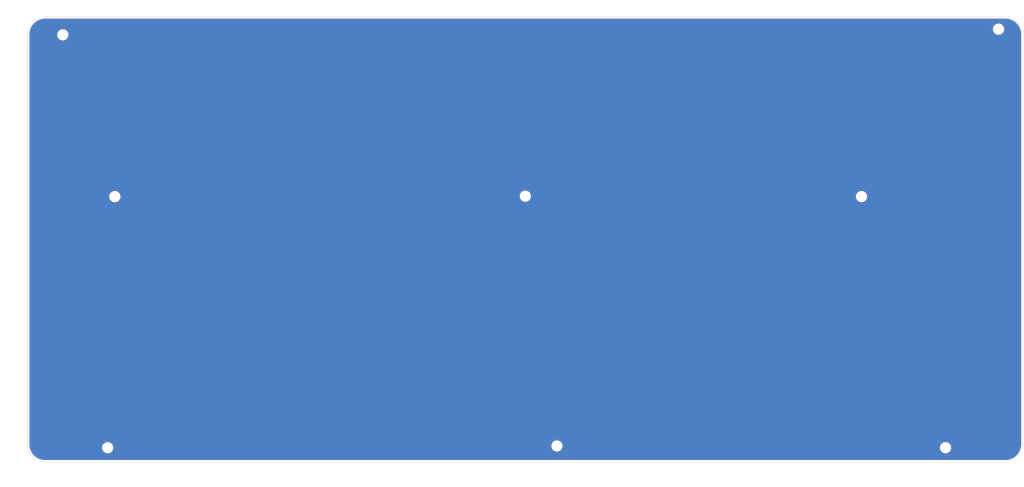
<source format=kicad_pcb>
(kicad_pcb (version 20211014) (generator pcbnew)
  (layers (0 "F.Cu" signal) (31 "B.Cu" signal) (34 "B.Paste" user) (35 "F.Paste" user) (36 "B.SilkS" user "B.Silkscreen") (37 "F.SilkS" user "F.Silkscreen") (38 "B.Mask" user) (39 "F.Mask" user) (44 "Edge.Cuts" user))
  (net 0 "")
  (footprint "MountingHole:MountingHole_2.2mm_M2" (layer "F.Cu") (at 227.5 155)
    (fp_text reference "H1")
    (fp_text value "MountingHole")
    (pad "" np_thru_hole circle locked (at 0 0) (size 2.2 2.2) (drill 2.2) (layers *.Cu *.Mask))
  )
  (footprint "MountingHole:MountingHole_2.2mm_M2" (layer "F.Cu") (at 87 38.1)
    (fp_text reference "H3")
    (fp_text value "MountingHole")
    (pad "" np_thru_hole circle locked (at 0 0) (size 2.2 2.2) (drill 2.2) (layers *.Cu *.Mask))
  )
  (footprint "MountingHole:MountingHole_2.2mm_M2" (layer "F.Cu") (at 218.5 84)
    (fp_text reference "H9")
    (fp_text value "MountingHole")
    (pad "" np_thru_hole circle locked (at 0 0) (size 2.2 2.2) (drill 2.2) (layers *.Cu *.Mask))
  )
  (footprint "MountingHole:MountingHole_2.2mm_M2" (layer "F.Cu") (at 314.1 84.1)
    (fp_text reference "H10")
    (fp_text value "MountingHole")
    (pad "" np_thru_hole circle locked (at 0 0) (size 2.2 2.2) (drill 2.2) (layers *.Cu *.Mask))
  )
  (footprint "MountingHole:MountingHole_2.2mm_M2" (layer "F.Cu") (at 99.75 155.5)
    (fp_text reference "H2")
    (fp_text value "MountingHole")
    (pad "" np_thru_hole circle locked (at 0 0) (size 2.2 2.2) (drill 2.2) (layers *.Cu *.Mask))
  )
  (footprint "MountingHole:MountingHole_2.2mm_M2" (layer "F.Cu") (at 101.8 84.1)
    (fp_text reference "H4")
    (fp_text value "MountingHole")
    (pad "" np_thru_hole circle locked (at 0 0) (size 2.2 2.2) (drill 2.2) (layers *.Cu *.Mask))
  )
  (footprint "MountingHole:MountingHole_2.2mm_M2" (layer "F.Cu") (at 338 155.5)
    (fp_text reference "H6")
    (fp_text value "MountingHole")
    (pad "" np_thru_hole circle locked (at 0 0) (size 2.2 2.2) (drill 2.2) (layers *.Cu *.Mask))
  )
  (footprint "MountingHole:MountingHole_2.2mm_M2" (layer "F.Cu") (at 353.05 36.5)
    (fp_text reference "H11")
    (fp_text value "MountingHole")
    (pad "" np_thru_hole circle locked (at 0 0) (size 2.2 2.2) (drill 2.2) (layers *.Cu *.Mask))
  )
  (footprint "kibuzzard-627532E1" (layer "F.Cu") (at 91.5 44.5)
    (fp_text reference "kibuzzard-627532E1" hide)
    (fp_text value "G***" hide)
    (fp_poly (pts (xy -2.756297 0.702469) (xy -2.488406 0.646906) (xy -2.268141 0.498078) (xy -2.117328 0.277813) (xy -2.061766 0.007938) (xy -2.061766 0) (xy -1.760141 0) (xy -1.760141 0.007938) (xy -1.779984 0.207863) (xy -1.839516 0.394891) (xy -1.932781 0.564059) (xy -2.053828 0.710406) (xy -2.200672 0.831453) (xy -2.371328 0.924719) (xy -2.558852 0.98425) (xy -2.756297 1.004094) (xy -2.956223 0.98425) (xy -3.14325 0.924719) (xy -3.312418 0.831453) (xy -3.458766 0.710406) (xy -3.579813 0.564059) (xy -3.673078 0.394891) (xy -3.732609 0.207863) (xy -3.752453 0.007938) (xy -3.752453 -0.988219) (xy -3.450828 -0.988219) (xy -3.450828 0.007938) (xy -3.39725 0.277813) (xy -3.250406 0.498078) (xy -3.030141 0.646906) (xy -2.756297 0.702469)) (layer "F.Cu") (width 0) (fill solid))
    (fp_poly (pts (xy -1.192609 -0.4445) (xy -1.075531 -0.250031) (xy -0.791766 -0.194469) (xy -0.494109 -0.194469) (xy -0.319484 -0.1905) (xy -0.105172 -0.168672) (xy 0.115094 -0.115094) (xy 0.311547 -0.011906) (xy 0.452438 0.156766) (xy 0.506016 0.404813) (xy 0.452438 0.646906) (xy 0.313531 0.811609) (xy 0.121047 0.914797) (xy -0.097234 0.970359) (xy -0.309563 0.992188) (xy -0.482203 0.996156) (xy -0.482203 0.706438) (xy -0.303609 0.710406) (xy -0.075406 0.690563) (xy 0.121047 0.60325) (xy 0.204391 0.404813) (xy 0.156766 0.246063) (xy 0.035719 0.154781) (xy -0.123031 0.115094) (xy -0.283766 0.107156) (xy -0.791766 0.107156) (xy -1.073547 0.067469) (xy -1.291828 -0.045641) (xy -1.432719 -0.22225) (xy -1.482328 -0.452438) (xy -1.406922 -0.710406) (xy -1.212453 -0.875109) (xy -0.948531 -0.964406) (xy -0.664766 -0.992188) (xy 0.506016 -0.992188) (xy 0.506016 -0.690563) (xy -0.791766 -0.682625) (xy -0.894953 -0.668734) (xy -1.027906 -0.635) (xy -1.143 -0.565547) (xy -1.192609 -0.4445)) (layer "F.Cu") (width 0) (fill solid))
    (fp_poly (pts (xy 0.803672 0.678656) (xy 1.137047 0.678656) (xy 1.137047 1.000125) (xy 0.803672 1.000125) (xy 0.803672 0.678656)) (layer "F.Cu") (width 0) (fill solid))
    (fp_poly (pts (xy -7.272734 -0.194469) (xy -6.931422 -0.194469) (xy -7.514828 0.968375) (xy -7.514828 0.988219) (xy -8.483203 -0.972344) (xy -8.153797 -0.972344) (xy -7.514828 0.329406) (xy -7.514828 0.309563) (xy -7.272734 -0.194469)) (layer "F.Cu") (width 0) (fill solid))
    (fp_poly (pts (xy 1.490266 -1.976438) (xy 2.276078 -1.976438) (xy 2.501305 -1.951137) (xy 2.740422 -1.875234) (xy 2.976563 -1.751211) (xy 3.192859 -1.581547) (xy 3.381375 -1.36773) (xy 3.534172 -1.11125) (xy 3.635375 -0.815578) (xy 3.669109 -0.484188) (xy 3.638848 -0.178098) (xy 3.548063 0.105172) (xy 3.408164 0.358676) (xy 3.230563 0.575469) (xy 3.020715 0.752574) (xy 2.784078 0.887016) (xy 2.532063 0.971848) (xy 2.276078 1.000125) (xy 2.188766 1.000125) (xy 2.188766 0.702469) (xy 2.41548 0.680641) (xy 2.63525 0.615156) (xy 2.839145 0.51048) (xy 3.018234 0.371078) (xy 3.168055 0.198438) (xy 3.284141 -0.005953) (xy 3.358555 -0.237629) (xy 3.383359 -0.492125) (xy 3.362027 -0.715367) (xy 3.298031 -0.932656) (xy 3.19534 -1.135063) (xy 3.057922 -1.313656) (xy 2.88677 -1.464469) (xy 2.682875 -1.583531) (xy 2.449215 -1.660922) (xy 2.188766 -1.686719) (xy 1.490266 -1.686719) (xy 1.490266 -1.976438)) (layer "F.Cu") (width 0) (fill solid))
    (fp_poly (pts (xy 11.412141 0.003969) (xy 11.431984 -0.195957) (xy 11.491516 -0.382984) (xy 11.584781 -0.552648) (xy 11.705828 -0.700484) (xy 11.852176 -0.82302) (xy 12.021344 -0.916781) (xy 12.208371 -0.976313) (xy 12.408297 -0.996156) (xy 12.608223 -0.976313) (xy 12.79525 -0.916781) (xy 12.964914 -0.82302) (xy 13.11275 -0.700484) (xy 13.235285 -0.552648) (xy 13.329047 -0.382984) (xy 13.388578 -0.195957) (xy 13.408422 0.003969) (xy 13.408422 1.000125) (xy 13.106797 1.000125) (xy 13.106797 0.003969) (xy 13.053219 -0.265906) (xy 12.904391 -0.488156) (xy 12.682141 -0.638969) (xy 12.408297 -0.694531) (xy 12.134453 -0.638969) (xy 11.912203 -0.488156) (xy 11.763375 -0.265906) (xy 11.709797 0.003969) (xy 11.412141 0.003969)) (layer "F.Cu") (width 0) (fill solid))
    (fp_poly (pts (xy 6.538516 -0.4445) (xy 6.655594 -0.250031) (xy 6.939359 -0.194469) (xy 7.237016 -0.194469) (xy 7.411641 -0.1905) (xy 7.625953 -0.168672) (xy 7.846219 -0.115094) (xy 8.042672 -0.011906) (xy 8.183563 0.156766) (xy 8.237141 0.404813) (xy 8.183563 0.646906) (xy 8.044656 0.811609) (xy 7.852172 0.914797) (xy 7.633891 0.970359) (xy 7.421563 0.992188) (xy 7.248922 0.996156) (xy 7.248922 0.706438) (xy 7.427516 0.710406) (xy 7.655719 0.690563) (xy 7.852172 0.60325) (xy 7.935516 0.404813) (xy 7.887891 0.246063) (xy 7.766844 0.154781) (xy 7.608094 0.115094) (xy 7.447359 0.107156) (xy 6.939359 0.107156) (xy 6.657578 0.067469) (xy 6.439297 -0.045641) (xy 6.298406 -0.22225) (xy 6.248797 -0.452438) (xy 6.324203 -0.710406) (xy 6.518672 -0.875109) (xy 6.782594 -0.964406) (xy 7.066359 -0.992188) (xy 8.237141 -0.992188) (xy 8.237141 -0.690563) (xy 6.939359 -0.682625) (xy 6.836172 -0.668734) (xy 6.703219 -0.635) (xy 6.588125 -0.565547) (xy 6.538516 -0.4445)) (layer "F.Cu") (width 0) (fill solid))
    (fp_poly (pts (xy -11.031141 -1.980406) (xy -11.031141 -1.68275) (xy -13.408422 -1.68275) (xy -13.408422 -1.980406) (xy -11.031141 -1.980406)) (layer "F.Cu") (width 0) (fill solid))
    (fp_poly (pts (xy 8.832453 1.004094) (xy 8.534797 1.004094) (xy 8.534797 -0.980281) (xy 8.832453 -0.980281) (xy 8.832453 1.004094)) (layer "F.Cu") (width 0) (fill solid))
    (fp_poly (pts (xy 4.962922 1.008063) (xy 4.762996 0.988715) (xy 4.575969 0.930672) (xy 4.406801 0.838895) (xy 4.260453 0.718344) (xy 4.139902 0.571996) (xy 4.048125 0.402828) (xy 3.990082 0.215801) (xy 3.970734 0.015875) (xy 3.990082 -0.181074) (xy 4.048125 -0.367109) (xy 4.139902 -0.536277) (xy 4.260453 -0.682625) (xy 4.406801 -0.803672) (xy 4.575969 -0.896938) (xy 4.762996 -0.956469) (xy 4.962922 -0.976313) (xy 5.159871 -0.956469) (xy 5.345906 -0.896938) (xy 5.515074 -0.803672) (xy 5.661422 -0.682625) (xy 5.782469 -0.536277) (xy 5.875734 -0.367109) (xy 5.935266 -0.181074) (xy 5.955109 0.015875) (xy 5.955109 0.206375) (xy 4.962922 0.206375) (xy 4.962922 -0.091281) (xy 5.657453 -0.091281) (xy 5.603875 -0.3175) (xy 5.455047 -0.504031) (xy 5.232797 -0.631031) (xy 4.962922 -0.678656) (xy 4.689078 -0.625078) (xy 4.468813 -0.47625) (xy 4.321969 -0.254) (xy 4.268391 0.015875) (xy 4.321969 0.289719) (xy 4.468813 0.509984) (xy 4.689078 0.656828) (xy 4.962922 0.710406) (xy 4.962922 1.008063)) (layer "F.Cu") (width 0) (fill solid))
    (fp_poly (pts (xy -10.757297 0.003969) (xy -10.737453 -0.195957) (xy -10.677922 -0.382984) (xy -10.584656 -0.552648) (xy -10.463609 -0.700484) (xy -10.317262 -0.82302) (xy -10.148094 -0.916781) (xy -9.961066 -0.976313) (xy -9.761141 -0.996156) (xy -9.561215 -0.976313) (xy -9.374188 -0.916781) (xy -9.204523 -0.82302) (xy -9.056688 -0.700484) (xy -8.934152 -0.552648) (xy -8.840391 -0.382984) (xy -8.780859 -0.195957) (xy -8.761016 0.003969) (xy -8.761016 1.000125) (xy -9.062641 1.000125) (xy -9.062641 0.003969) (xy -9.116219 -0.265906) (xy -9.265047 -0.488156) (xy -9.487297 -0.638969) (xy -9.761141 -0.694531) (xy -10.034984 -0.638969) (xy -10.257234 -0.488156) (xy -10.406063 -0.265906) (xy -10.459641 0.003969) (xy -10.757297 0.003969)) (layer "F.Cu") (width 0) (fill solid))
    (fp_poly (pts (xy 11.118453 0.992188) (xy 11.099105 1.189137) (xy 11.041063 1.375172) (xy 10.949285 1.54434) (xy 10.828734 1.690688) (xy 10.682387 1.811238) (xy 10.513219 1.903016) (xy 10.326191 1.961059) (xy 10.126266 1.980406) (xy 9.930805 1.969492) (xy 9.749234 1.93675) (xy 9.58602 1.884164) (xy 9.445625 1.813719) (xy 9.235281 1.625203) (xy 9.138047 1.385094) (xy 9.495234 1.385094) (xy 9.558734 1.504156) (xy 9.669859 1.601391) (xy 9.850438 1.664891) (xy 10.126266 1.68275) (xy 10.400109 1.629172) (xy 10.620375 1.482328) (xy 10.767219 1.262063) (xy 10.820797 0.992188) (xy 10.820797 0) (xy 10.767219 -0.269875) (xy 10.620375 -0.492125) (xy 10.400109 -0.640953) (xy 10.126266 -0.694531) (xy 9.862344 -0.640953) (xy 9.642078 -0.492125) (xy 9.491266 -0.269875) (xy 9.435703 0) (xy 9.491266 0.269875) (xy 9.642078 0.492125) (xy 9.862344 0.640953) (xy 10.126266 0.694531) (xy 10.126266 0.992188) (xy 9.929316 0.97284) (xy 9.743281 0.914797) (xy 9.574113 0.823516) (xy 9.427766 0.704453) (xy 9.307215 0.559594) (xy 9.215438 0.390922) (xy 9.157395 0.202902) (xy 9.138047 0) (xy 9.157395 -0.196949) (xy 9.215438 -0.382984) (xy 9.307215 -0.552152) (xy 9.427766 -0.6985) (xy 9.574113 -0.819051) (xy 9.743281 -0.910828) (xy 9.929316 -0.968871) (xy 10.126266 -0.988219) (xy 10.326191 -0.968871) (xy 10.513219 -0.910828) (xy 10.682387 -0.819051) (xy 10.828734 -0.6985) (xy 10.949285 -0.552152) (xy 11.041063 -0.382984) (xy 11.099105 -0.196949) (xy 11.118453 0) (xy 11.118453 0.992188)) (layer "F.Cu") (width 0) (fill solid))
    (fp_poly (pts (xy -11.031141 -0.396875) (xy -13.114734 -0.396875) (xy -13.114734 0.6985) (xy -11.031141 0.6985) (xy -11.031141 0.992188) (xy -13.408422 0.992188) (xy -13.408422 0.896938) (xy -13.408422 -0.396875) (xy -13.408422 -0.690563) (xy -11.031141 -0.690563) (xy -11.031141 -0.396875)) (layer "F.Cu") (width 0) (fill solid))
    (fp_poly (pts (xy -6.332141 1.004094) (xy -6.629797 1.004094) (xy -6.629797 -0.980281) (xy -6.332141 -0.980281) (xy -6.332141 1.004094)) (layer "F.Cu") (width 0) (fill solid))
    (fp_poly (pts (xy -5.034359 -0.980281) (xy -4.83741 -0.960934) (xy -4.651375 -0.902891) (xy -4.482207 -0.811113) (xy -4.335859 -0.690563) (xy -4.215309 -0.544215) (xy -4.123531 -0.375047) (xy -4.065488 -0.189012) (xy -4.046141 0.007938) (xy -4.065488 0.207863) (xy -4.123531 0.394891) (xy -4.215309 0.563563) (xy -4.335859 0.708422) (xy -4.482207 0.826988) (xy -4.651375 0.916781) (xy -4.83741 0.973336) (xy -5.034359 0.992188) (xy -5.034359 0.694531) (xy -4.764484 0.640953) (xy -4.544219 0.494109) (xy -4.397375 0.275828) (xy -4.343797 0.007938) (xy -4.397375 -0.261938) (xy -4.544219 -0.482203) (xy -4.764484 -0.629047) (xy -5.034359 -0.682625) (xy -5.30225 -0.629047) (xy -5.520531 -0.482203) (xy -5.667375 -0.261938) (xy -5.720953 0.007938) (xy -6.018609 0.007938) (xy -5.999262 -0.189012) (xy -5.941219 -0.375047) (xy -5.849441 -0.544215) (xy -5.728891 -0.690563) (xy -5.583039 -0.811113) (xy -5.415359 -0.902891) (xy -5.230813 -0.960934) (xy -5.034359 -0.980281)) (layer "F.Cu") (width 0) (fill solid))
  )
  (footprint "Logo:logo" (layer "B.Cu") (at 218.5 92.3 180)
    (fp_text reference "G***" hide)
    (fp_text value "LOGO" hide)
  )
  (gr_line (start 360 45.5) (end 360 38) (layer "Edge.Cuts") (width 0.1))
  (gr_arc (start 360 154.5) (mid 358.535534 158.035534) (end 355 159.5) (layer "Edge.Cuts") (width 0.1))
  (gr_line (start 77 38) (end 77 154.5) (layer "Edge.Cuts") (width 0.1))
  (gr_arc (start 77 38) (mid 78.464466 34.464466) (end 82 33) (layer "Edge.Cuts") (width 0.1))
  (gr_line (start 82 159.5) (end 355 159.5) (layer "Edge.Cuts") (width 0.1))
  (gr_arc (start 355 33) (mid 358.535534 34.464466) (end 360 38) (layer "Edge.Cuts") (width 0.1))
  (gr_arc (start 82 159.5) (mid 78.464466 158.035534) (end 77 154.5) (layer "Edge.Cuts") (width 0.1))
  (gr_line (start 360 52.5) (end 360 154.5) (layer "Edge.Cuts") (width 0.1))
  (gr_line (start 355 33) (end 82 33) (layer "Edge.Cuts") (width 0.1))
  (gr_line (start 360 45.5) (end 360 52.5) (layer "Edge.Cuts") (width 0.1))
  (gr_text "https://github.com/Envious-Data/Env-KB60F" (at 78 47.5) (layer "F.Cu") (effects (font (size 1 1)) (justify left)))
  (zone (net 0) (net_name "") (layer "F.Cu") (connect_pads yes (clearance 0.508)) (min_thickness 0.254) (fill yes (thermal_gap 0.508) (thermal_bridge_width 0.508))
    (polygon (pts (xy 360 159.5) (xy 77 159.5) (xy 77 32.9) (xy 360 32.9)))
  )
  (zone (net 0) (net_name "") (layer "F.Cu") (connect_pads (clearance 0)) (min_thickness 0.254)
    (keepout (tracks allowed) (vias allowed) (pads allowed) (copperpour not_allowed) (footprints allowed))
    (fill (thermal_gap 0.508) (thermal_bridge_width 0.508))
    (polygon (pts (xy 114.25 49) (xy 77.5 49) (xy 77.5 42) (xy 114.25 42)))
  )
  (zone (net 0) (net_name "") (layer "B.Cu") (connect_pads yes (clearance 0.508)) (min_thickness 0.254) (fill yes (thermal_gap 0.508) (thermal_bridge_width 0.508))
    (polygon (pts (xy 360 159.5) (xy 77 159.5) (xy 77 32.9) (xy 360 32.9)))
  )
)
</source>
